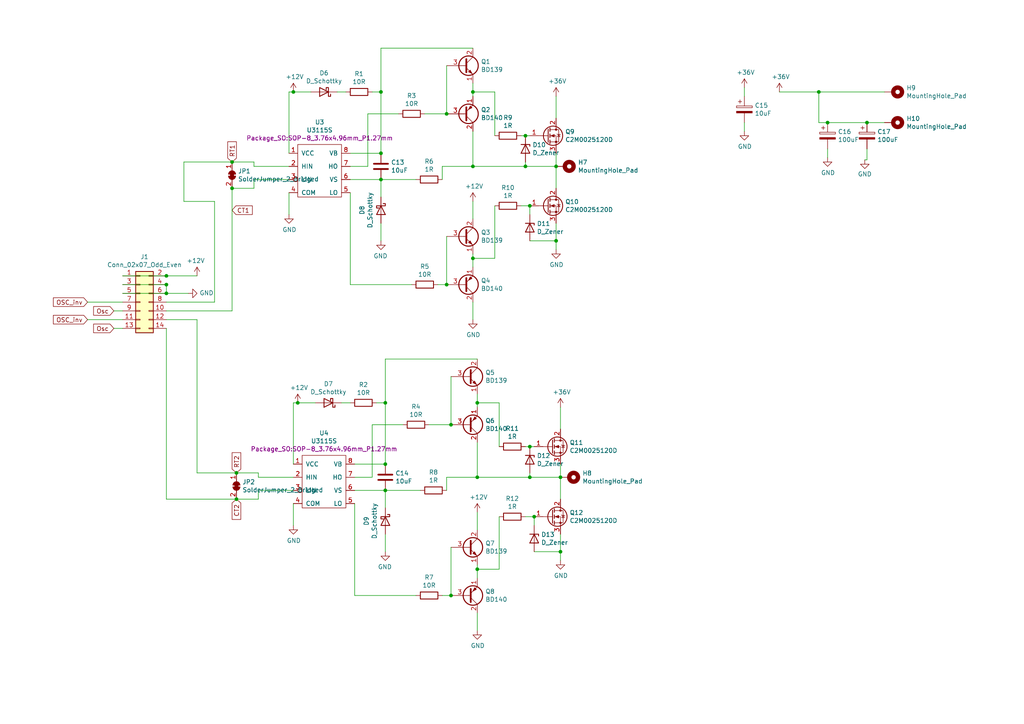
<source format=kicad_sch>
(kicad_sch (version 20231120) (generator "eeschema") (generator_version "8.0")
  (paper "A4")
  (title_block (title "H-Brücke 1") (date "2021-01-09") (rev "A3") (comment 1 "H-Brücke abgeleitet aus powerstage2"))
  (junction (at 137.16 48.26))
  (junction (at 152.4 39.37))
  (junction (at 130.81 123.19))
  (junction (at -71.12 90.17))
  (junction (at 153.67 59.69))
  (junction (at 161.29 69.85))
  (junction (at 138.43 165.1))
  (junction (at 68.58 144.78))
  (junction (at 240.03 35.56))
  (junction (at -39.37 -35.56))
  (junction (at 85.09 26.67))
  (junction (at 68.58 137.16))
  (junction (at 138.43 116.84))
  (junction (at 237.49 26.67))
  (junction (at 110.49 44.45))
  (junction (at 154.94 149.86))
  (junction (at -144.78 90.17))
  (junction (at 162.56 138.43))
  (junction (at -113.03 90.17))
  (junction (at 48.26 80.01))
  (junction (at 54.61 -26.67))
  (junction (at 73.66 -26.67))
  (junction (at 111.76 116.84))
  (junction (at 153.67 138.43))
  (junction (at 129.54 33.02))
  (junction (at 48.26 -26.67))
  (junction (at 88.9 -26.67))
  (junction (at 83.82 -26.67))
  (junction (at 152.4 48.26))
  (junction (at -139.7 90.17))
  (junction (at 48.26 85.09))
  (junction (at 251.46 35.56))
  (junction (at 129.54 82.55))
  (junction (at 48.26 82.55))
  (junction (at -143.51 73.66))
  (junction (at 130.81 172.72))
  (junction (at -91.44 90.17))
  (junction (at 67.31 54.61))
  (junction (at 162.56 160.02))
  (junction (at -91.44 100.33))
  (junction (at 111.76 134.62))
  (junction (at 137.16 74.93))
  (junction (at 153.67 129.54))
  (junction (at 86.36 116.84))
  (junction (at 161.29 48.26))
  (junction (at 111.76 142.24))
  (junction (at 138.43 138.43))
  (junction (at 110.49 52.07))
  (junction (at -144.78 99.06))
  (junction (at 67.31 46.99))
  (junction (at 137.16 26.67))
  (junction (at 110.49 26.67))
  (junction (at 73.66 -33.02))
  (wire (pts (xy 48.26 -26.67) (xy 48.26 -27.94)))
  (wire (pts (xy 153.67 39.37) (xy 152.4 39.37)))
  (wire (pts (xy -68.58 59.69) (xy -68.58 66.04)))
  (wire (pts (xy 106.68 33.02) (xy 106.68 48.26)))
  (wire (pts (xy 143.51 59.69) (xy 143.51 74.93)))
  (wire (pts (xy 162.56 160.02) (xy 154.94 160.02)))
  (wire (pts (xy -113.03 90.17) (xy -113.03 69.85)))
  (wire (pts (xy 161.29 54.61) (xy 161.29 48.26)))
  (wire (pts (xy 110.49 26.67) (xy 110.49 13.97)))
  (wire (pts (xy 74.93 144.78) (xy 68.58 144.78)))
  (wire (pts (xy -52.07 -15.24) (xy -52.07 -17.78)))
  (wire (pts (xy -91.44 90.17) (xy -91.44 100.33)))
  (wire (pts (xy 83.82 44.45) (xy 83.82 26.67)))
  (wire (pts (xy 101.6 52.07) (xy 110.49 52.07)))
  (wire (pts (xy 137.16 26.67) (xy 137.16 27.94)))
  (wire (pts (xy 73.66 -36.83) (xy 73.66 -33.02)))
  (wire (pts (xy 111.76 154.94) (xy 111.76 160.02)))
  (wire (pts (xy 83.82 52.07) (xy 73.66 52.07)))
  (wire (pts (xy 137.16 26.67) (xy 143.51 26.67)))
  (wire (pts (xy 48.26 80.01) (xy 57.15 80.01)))
  (wire (pts (xy 137.16 24.13) (xy 137.16 26.67)))
  (wire (pts (xy -93.98 100.33) (xy -91.44 100.33)))
  (wire (pts (xy 110.49 44.45) (xy 101.6 44.45)))
  (wire (pts (xy 35.56 80.01) (xy 48.26 80.01)))
  (wire (pts (xy 143.51 74.93) (xy 137.16 74.93)))
  (wire (pts (xy 101.6 82.55) (xy 119.38 82.55)))
  (wire (pts (xy 152.4 46.99) (xy 152.4 48.26)))
  (wire (pts (xy 101.6 48.26) (xy 106.68 48.26)))
  (wire (pts (xy 161.29 69.85) (xy 161.29 64.77)))
  (wire (pts (xy -143.51 73.66) (xy -143.51 76.2)))
  (wire (pts (xy 138.43 148.59) (xy 138.43 153.67)))
  (wire (pts (xy 110.49 13.97) (xy 137.16 13.97)))
  (wire (pts (xy 226.06 26.67) (xy 237.49 26.67)))
  (wire (pts (xy 138.43 165.1) (xy 138.43 167.64)))
  (wire (pts (xy 74.93 142.24) (xy 74.93 144.78)))
  (wire (pts (xy -139.7 85.09) (xy -139.7 90.17)))
  (wire (pts (xy -143.51 66.04) (xy -143.51 73.66)))
  (wire (pts (xy 137.16 48.26) (xy 152.4 48.26)))
  (wire (pts (xy 162.56 162.56) (xy 162.56 160.02)))
  (wire (pts (xy 102.87 142.24) (xy 111.76 142.24)))
  (wire (pts (xy 151.13 39.37) (xy 152.4 39.37)))
  (wire (pts (xy 83.82 -33.02) (xy 83.82 -26.67)))
  (wire (pts (xy -124.46 73.66) (xy -130.81 73.66)))
  (wire (pts (xy 153.67 138.43) (xy 162.56 138.43)))
  (wire (pts (xy 73.66 54.61) (xy 67.31 54.61)))
  (wire (pts (xy 62.23 58.42) (xy 53.34 58.42)))
  (wire (pts (xy 138.43 138.43) (xy 153.67 138.43)))
  (wire (pts (xy -71.12 90.17) (xy -68.58 90.17)))
  (wire (pts (xy 102.87 172.72) (xy 120.65 172.72)))
  (wire (pts (xy 48.26 144.78) (xy 68.58 144.78)))
  (wire (pts (xy 54.61 -26.67) (xy 48.26 -26.67)))
  (wire (pts (xy 48.26 87.63) (xy 62.23 87.63)))
  (wire (pts (xy 100.33 26.67) (xy 97.79 26.67)))
  (wire (pts (xy 153.67 59.69) (xy 151.13 59.69)))
  (wire (pts (xy 111.76 142.24) (xy 121.92 142.24)))
  (wire (pts (xy 111.76 116.84) (xy 109.22 116.84)))
  (wire (pts (xy 12.7 -13.97) (xy 12.7 -16.51)))
  (wire (pts (xy 85.09 138.43) (xy 74.93 138.43)))
  (wire (pts (xy 240.03 45.72) (xy 240.03 43.18)))
  (wire (pts (xy -113.03 69.85) (xy -120.65 69.85)))
  (wire (pts (xy 127 -22.86) (xy 127 -25.4)))
  (wire (pts (xy 101.6 55.88) (xy 101.6 82.55)))
  (wire (pts (xy 129.54 33.02) (xy 123.19 33.02)))
  (wire (pts (xy 31.75 -24.13) (xy 31.75 -26.67)))
  (wire (pts (xy 48.26 92.71) (xy 57.15 92.71)))
  (wire (pts (xy 64.77 -13.97) (xy 64.77 -19.05)))
  (wire (pts (xy 73.66 -26.67) (xy 73.66 -24.13)))
  (wire (pts (xy 48.26 -15.24) (xy 48.26 -17.78)))
  (wire (pts (xy -113.03 100.33) (xy -109.22 100.33)))
  (wire (pts (xy 152.4 48.26) (xy 161.29 48.26)))
  (wire (pts (xy 111.76 147.32) (xy 111.76 142.24)))
  (wire (pts (xy 251.46 46.355) (xy 250.825 46.355)))
  (wire (pts (xy 33.02 90.17) (xy 35.56 90.17)))
  (wire (pts (xy 215.9 25.4) (xy 215.9 27.94)))
  (wire (pts (xy 153.67 62.23) (xy 153.67 59.69)))
  (wire (pts (xy 57.15 137.16) (xy 68.58 137.16)))
  (wire (pts (xy 251.46 43.18) (xy 251.46 46.355)))
  (wire (pts (xy 138.43 182.88) (xy 138.43 177.8)))
  (wire (pts (xy -52.07 -35.56) (xy -39.37 -35.56)))
  (wire (pts (xy 251.46 35.56) (xy 256.54 35.56)))
  (wire (pts (xy 88.9 -26.67) (xy 83.82 -26.67)))
  (wire (pts (xy -116.84 90.17) (xy -113.03 90.17)))
  (wire (pts (xy 162.56 160.02) (xy 162.56 154.94)))
  (wire (pts (xy -12.7 -13.97) (xy -12.7 -16.51)))
  (wire (pts (xy 137.16 92.71) (xy 137.16 87.63)))
  (wire (pts (xy -129.54 66.04) (xy -124.46 66.04)))
  (wire (pts (xy 35.56 85.09) (xy 48.26 85.09)))
  (wire (pts (xy 25.4 92.71) (xy 35.56 92.71)))
  (wire (pts (xy 162.56 138.43) (xy 162.56 134.62)))
  (wire (pts (xy -2.54 -44.45) (xy -2.54 -46.99)))
  (wire (pts (xy -156.21 90.17) (xy -144.78 90.17)))
  (wire (pts (xy -93.98 90.17) (xy -91.44 90.17)))
  (wire (pts (xy 237.49 35.56) (xy 237.49 26.67)))
  (wire (pts (xy 130.81 172.72) (xy 130.81 158.75)))
  (wire (pts (xy 137.16 74.93) (xy 137.16 77.47)))
  (wire (pts (xy 129.54 138.43) (xy 129.54 142.24)))
  (wire (pts (xy 48.26 95.25) (xy 48.26 144.78)))
  (wire (pts (xy -140.97 85.09) (xy -139.7 85.09)))
  (wire (pts (xy 129.54 82.55) (xy 129.54 68.58)))
  (wire (pts (xy 240.03 35.56) (xy 251.46 35.56)))
  (wire (pts (xy 215.9 38.1) (xy 215.9 35.56)))
  (wire (pts (xy 137.16 58.42) (xy 137.16 63.5)))
  (wire (pts (xy -144.78 90.17) (xy -144.78 88.9)))
  (wire (pts (xy 128.27 172.72) (xy 130.81 172.72)))
  (wire (pts (xy 137.16 48.26) (xy 128.27 48.26)))
  (wire (pts (xy 83.82 48.26) (xy 73.66 48.26)))
  (wire (pts (xy 144.78 116.84) (xy 144.78 129.54)))
  (wire (pts (xy 137.16 38.1) (xy 137.16 48.26)))
  (wire (pts (xy 138.43 163.83) (xy 138.43 165.1)))
  (wire (pts (xy -144.78 76.2) (xy -144.78 81.28)))
  (wire (pts (xy 237.49 35.56) (xy 240.03 35.56)))
  (wire (pts (xy -138.43 73.66) (xy -143.51 73.66)))
  (wire (pts (xy 31.75 -13.97) (xy 31.75 -16.51)))
  (wire (pts (xy 129.54 19.05) (xy 129.54 33.02)))
  (wire (pts (xy 128.27 48.26) (xy 128.27 52.07)))
  (wire (pts (xy 85.09 26.67) (xy 90.17 26.67)))
  (wire (pts (xy 162.56 118.11) (xy 162.56 124.46)))
  (wire (pts (xy 73.66 -13.97) (xy 73.66 -16.51)))
  (wire (pts (xy 154.94 129.54) (xy 153.67 129.54)))
  (wire (pts (xy 151.13 -25.4) (xy 151.13 -22.86)))
  (wire (pts (xy -143.51 76.2) (xy -144.78 76.2)))
  (wire (pts (xy -39.37 -35.56) (xy -39.37 -36.83)))
  (wire (pts (xy 121.92 -22.86) (xy 121.92 -25.4)))
  (wire (pts (xy 130.81 109.22) (xy 130.81 123.19)))
  (wire (pts (xy 57.15 92.71) (xy 57.15 137.16)))
  (wire (pts (xy -91.44 100.33) (xy -91.44 106.68)))
  (wire (pts (xy 73.66 48.26) (xy 73.66 46.99)))
  (wire (pts (xy 237.49 26.67) (xy 256.54 26.67)))
  (wire (pts (xy 110.49 44.45) (xy 110.49 26.67)))
  (wire (pts (xy 12.7 -24.13) (xy 12.7 -26.67)))
  (wire (pts (xy 161.29 27.94) (xy 161.29 34.29)))
  (wire (pts (xy 101.6 116.84) (xy 99.06 116.84)))
  (wire (pts (xy 74.93 138.43) (xy 74.93 137.16)))
  (wire (pts (xy 110.49 64.77) (xy 110.49 69.85)))
  (wire (pts (xy 53.34 58.42) (xy 53.34 46.99)))
  (wire (pts (xy 138.43 138.43) (xy 129.54 138.43)))
  (wire (pts (xy 134.62 -22.86) (xy 134.62 -25.4)))
  (wire (pts (xy 107.95 123.19) (xy 107.95 138.43)))
  (wire (pts (xy 54.61 85.09) (xy 48.26 85.09)))
  (wire (pts (xy 85.09 146.05) (xy 85.09 152.4)))
  (wire (pts (xy 143.51 -22.86) (xy 143.51 -25.4)))
  (wire (pts (xy 48.26 82.55) (xy 48.26 85.09)))
  (wire (pts (xy 138.43 116.84) (xy 144.78 116.84)))
  (wire (pts (xy 33.02 95.25) (xy 35.56 95.25)))
  (wire (pts (xy -52.07 -25.4) (xy -52.07 -35.56)))
  (wire (pts (xy 20.32 -46.99) (xy 20.32 -49.53)))
  (wire (pts (xy 144.78 165.1) (xy 138.43 165.1)))
  (wire (pts (xy 85.09 134.62) (xy 85.09 116.84)))
  (wire (pts (xy 20.32 -36.83) (xy 20.32 -39.37)))
  (wire (pts (xy 85.09 116.84) (xy 86.36 116.84)))
  (wire (pts (xy 57.15 -26.67) (xy 54.61 -26.67)))
  (wire (pts (xy 6.35 -24.13) (xy 6.35 -26.67)))
  (wire (pts (xy -2.54 -34.29) (xy -2.54 -36.83)))
  (wire (pts (xy 48.26 -25.4) (xy 48.26 -26.67)))
  (wire (pts (xy 130.81 123.19) (xy 124.46 123.19)))
  (wire (pts (xy 73.66 46.99) (xy 67.31 46.99)))
  (wire (pts (xy 102.87 138.43) (xy 107.95 138.43)))
  (wire (pts (xy 6.35 -13.97) (xy 6.35 -16.51)))
  (wire (pts (xy 152.4 129.54) (xy 153.67 129.54)))
  (wire (pts (xy -12.7 -24.13) (xy -12.7 -26.67)))
  (wire (pts (xy 73.66 -26.67) (xy 72.39 -26.67)))
  (wire (pts (xy 102.87 146.05) (xy 102.87 172.72)))
  (wire (pts (xy 68.58 -36.83) (xy 73.66 -36.83)))
  (wire (pts (xy 166.37 -35.56) (xy 166.37 -34.29)))
  (wire (pts (xy 161.29 69.85) (xy 153.67 69.85)))
  (wire (pts (xy 74.93 137.16) (xy 68.58 137.16)))
  (wire (pts (xy 158.75 -25.4) (xy 158.75 -22.86)))
  (wire (pts (xy 35.56 82.55) (xy 48.26 82.55)))
  (wire (pts (xy -39.37 -5.08) (xy -39.37 -10.16)))
  (wire (pts (xy 154.94 152.4) (xy 154.94 149.86)))
  (wire (pts (xy 166.37 -24.13) (xy 166.37 -26.67)))
  (wire (pts (xy 153.67 137.16) (xy 153.67 138.43)))
  (wire (pts (xy 88.9 -13.97) (xy 88.9 -16.51)))
  (wire (pts (xy 76.2 -33.02) (xy 73.66 -33.02)))
  (wire (pts (xy 110.49 26.67) (xy 107.95 26.67)))
  (wire (pts (xy 25.4 87.63) (xy 35.56 87.63)))
  (wire (pts (xy 138.43 114.3) (xy 138.43 116.84)))
  (wire (pts (xy 107.95 123.19) (xy 116.84 123.19)))
  (wire (pts (xy 111.76 104.14) (xy 138.43 104.14)))
  (wire (pts (xy -156.21 91.44) (xy -156.21 90.17)))
  (wire (pts (xy 111.76 134.62) (xy 102.87 134.62)))
  (wire (pts (xy -143.51 66.04) (xy -137.16 66.04)))
  (wire (pts (xy -144.78 102.87) (xy -144.78 99.06)))
  (wire (pts (xy 54.61 -26.67) (xy 54.61 -36.83)))
  (wire (pts (xy 86.36 116.84) (xy 91.44 116.84)))
  (wire (pts (xy 154.94 149.86) (xy 152.4 149.86)))
  (wire (pts (xy 83.82 26.67) (xy 85.09 26.67)))
  (wire (pts (xy 67.31 54.61) (xy 67.31 90.17)))
  (wire (pts (xy -71.12 100.33) (xy -71.12 90.17)))
  (wire (pts (xy 54.61 -36.83) (xy 60.96 -36.83)))
  (wire (pts (xy 88.9 -24.13) (xy 88.9 -26.67)))
  (wire (pts (xy 85.09 142.24) (xy 74.93 142.24)))
  (wire (pts (xy 111.76 116.84) (xy 111.76 104.14)))
  (wire (pts (xy -144.78 90.17) (xy -139.7 90.17)))
  (wire (pts (xy 73.66 52.07) (xy 73.66 54.61)))
  (wire (pts (xy 127 82.55) (xy 129.54 82.55)))
  (wire (pts (xy -144.78 91.44) (xy -144.78 90.17)))
  (wire (pts (xy 110.49 52.07) (xy 120.65 52.07)))
  (wire (pts (xy 110.49 57.15) (xy 110.49 52.07)))
  (wire (pts (xy 83.82 55.88) (xy 83.82 62.23)))
  (wire (pts (xy 144.78 149.86) (xy 144.78 165.1)))
  (wire (pts (xy -113.03 90.17) (xy -109.22 90.17)))
  (wire (pts (xy 166.37 -13.97) (xy 166.37 -16.51)))
  (wire (pts (xy 138.43 128.27) (xy 138.43 138.43)))
  (wire (pts (xy 137.16 73.66) (xy 137.16 74.93)))
  (wire (pts (xy -91.44 90.17) (xy -86.36 90.17)))
  (wire (pts (xy 161.29 72.39) (xy 161.29 69.85)))
  (wire (pts (xy 162.56 144.78) (xy 162.56 138.43)))
  (wire (pts (xy 111.76 134.62) (xy 111.76 116.84)))
  (wire (pts (xy 143.51 26.67) (xy 143.51 39.37)))
  (wire (pts (xy 62.23 87.63) (xy 62.23 58.42)))
  (wire (pts (xy 73.66 -33.02) (xy 73.66 -26.67)))
  (wire (pts (xy 138.43 116.84) (xy 138.43 118.11)))
  (wire (pts (xy 53.34 46.99) (xy 67.31 46.99)))
  (wire (pts (xy 106.68 33.02) (xy 115.57 33.02)))
  (wire (pts (xy -139.7 90.17) (xy -132.08 90.17)))
  (wire (pts (xy 73.66 -26.67) (xy 76.2 -26.67)))
  (wire (pts (xy 48.26 90.17) (xy 67.31 90.17)))
  (wire (pts (xy -113.03 90.17) (xy -113.03 100.33)))
  (wire (pts (xy -91.44 100.33) (xy -86.36 100.33)))
  (wire (pts (xy 161.29 48.26) (xy 161.29 44.45)))
  (wire (pts (xy -156.21 99.06) (xy -144.78 99.06)))
  (text "HCT7414 R=10k bis 100\nC=100nF f=1200Hz -120kHz\nC=150pF f= 420kHz - 1,7MHz" (at -140.97 115.57 0) (effects (font (size 1.27 1.27)) (justify left bottom)))
  (global_label "Osc" (shape input) (at -91.44 106.68 0) (property "Intersheetrefs" "${INTERSHEET_REFS}" (effects (hide yes))))
  (global_label "OSC_inv" (shape input) (at -68.58 90.17 0) (property "Intersheetrefs" "${INTERSHEET_REFS}" (effects (hide yes))))
  (global_label "CT2" (shape input) (at 68.58 144.78 270) (property "Intersheetrefs" "${INTERSHEET_REFS}" (effects (hide yes))))
  (global_label "Osc" (shape input) (at 33.02 95.25 180) (property "Intersheetrefs" "${INTERSHEET_REFS}" (effects (hide yes))))
  (global_label "RT1" (shape input) (at 67.31 46.99 90) (property "Intersheetrefs" "${INTERSHEET_REFS}" (effects (hide yes))))
  (global_label "OSC_inv" (shape input) (at 25.4 92.71 180) (property "Intersheetrefs" "${INTERSHEET_REFS}" (effects (hide yes))))
  (global_label "Osc" (shape input) (at 33.02 90.17 180) (property "Intersheetrefs" "${INTERSHEET_REFS}" (effects (hide yes))))
  (global_label "OSC_inv" (shape input) (at 25.4 87.63 180) (property "Intersheetrefs" "${INTERSHEET_REFS}" (effects (hide yes))))
  (global_label "RT2" (shape input) (at 68.58 137.16 90) (property "Intersheetrefs" "${INTERSHEET_REFS}" (effects (hide yes))))
  (global_label "CT1" (shape input) (at 67.31 60.96 0) (property "Intersheetrefs" "${INTERSHEET_REFS}" (effects (hide yes))))
  (symbol (lib_id "power:GND") (at 6.35 -13.97 0) (mirror y) (unit 1)
    (property "Reference" "#PWR011" (effects (hide yes)))
    (property "Value" "GND" (at 6.223 -9.5758 0))
  )
  (symbol (lib_id "Device:C") (at 6.35 -20.32 0) (mirror y) (unit 1)
    (property "Reference" "C6" (at 3.429 -21.4884 0) (effects (justify left)))
    (property "Value" "100nF" (at 3.429 -19.177 0) (effects (justify left)))
    (property "Footprint" "Capacitor_SMD:C_0805_2012Metric_Pad1.18x1.45mm_HandSolder" (effects (hide yes)))
  )
  (symbol (lib_id "power:+12V") (at 6.35 -26.67 0) (unit 1)
    (property "Reference" "#PWR010" (effects (hide yes)))
    (property "Value" "+12V" (at 6.731 -31.0642 0))
  )
  (symbol (lib_id "Mechanical:MountingHole_Pad") (at 259.08 26.67 270) (unit 1)
    (property "Reference" "H9" (at 262.89 25.5016 90) (effects (justify left)))
    (property "Value" "MountingHole_Pad" (at 262.89 27.813 90) (effects (justify left)))
    (property "Footprint" "MountingHole:MountingHole_2.5mm_Pad_Via" (effects (hide yes)))
  )
  (symbol (lib_id "Mechanical:MountingHole_Pad") (at 163.83 48.26 270) (unit 1)
    (property "Reference" "H7" (at 167.64 47.0916 90) (effects (justify left)))
    (property "Value" "MountingHole_Pad" (at 167.64 49.403 90) (effects (justify left)))
    (property "Footprint" "MountingHole:MountingHole_2.5mm_Pad_Via" (effects (hide yes)))
  )
  (symbol (lib_id "Mechanical:MountingHole_Pad") (at 151.13 -27.94 0) (unit 1)
    (property "Reference" "H5" (at 149.9616 -31.75 90) (effects (justify left)))
    (property "Value" "MountingHole_Pad" (at 152.273 -31.75 90) (effects (justify left)))
    (property "Footprint" "MountingHole:MountingHole_2.5mm_Pad_Via" (effects (hide yes)))
  )
  (symbol (lib_id "Mechanical:MountingHole_Pad") (at 143.51 -27.94 0) (unit 1)
    (property "Reference" "H4" (at 142.3416 -31.75 90) (effects (justify left)))
    (property "Value" "MountingHole_Pad" (at 144.653 -31.75 90) (effects (justify left)))
    (property "Footprint" "MountingHole:MountingHole_3.2mm_M3_DIN965_Pad" (effects (hide yes)))
  )
  (symbol (lib_id "power:GND") (at 143.51 -22.86 0) (mirror y) (unit 1)
    (property "Reference" "#PWR039" (effects (hide yes)))
    (property "Value" "GND" (at 143.383 -18.4658 0))
  )
  (symbol (lib_id "HBruecke2-rescue:U3115S-arnd_eigen") (at 92.71 49.53 0) (unit 1)
    (property "Reference" "U3" (at 92.71 35.433 0))
    (property "Value" "U3115S" (at 92.71 37.7444 0))
    (property "Footprint" "Package_SO:SOP-8_3.76x4.96mm_P1.27mm" (at 92.71 40.0558 0))
  )
  (symbol (lib_id "Transistor_FET:C2M0025120D") (at 158.75 39.37 0) (unit 1)
    (property "Reference" "Q9" (at 163.9316 38.2016 0) (effects (justify left)))
    (property "Value" "C2M0025120D" (at 163.9316 40.513 0) (effects (justify left)))
    (property "Footprint" "Package_TO_SOT_THT:TO-247-3_Vertical" (effects (hide yes)))
    (property "Datasheet" "https://www.wolfspeed.com/media/downloads/161/C2M0025120D.pdf" (effects (hide yes)))
  )
  (symbol (lib_id "Transistor_FET:C2M0025120D") (at 158.75 59.69 0) (unit 1)
    (property "Reference" "Q10" (at 163.9316 58.5216 0) (effects (justify left)))
    (property "Value" "C2M0025120D" (at 163.9316 60.833 0) (effects (justify left)))
    (property "Footprint" "Package_TO_SOT_THT:TO-247-3_Vertical" (effects (hide yes)))
    (property "Datasheet" "https://www.wolfspeed.com/media/downloads/161/C2M0025120D.pdf" (effects (hide yes)))
  )
  (symbol (lib_id "Device:R") (at 119.38 33.02 270) (unit 1)
    (property "Reference" "R3" (at 119.38 27.7622 90))
    (property "Value" "10R" (at 119.38 30.0736 90))
    (property "Footprint" "Resistor_SMD:R_0805_2012Metric_Pad1.20x1.40mm_HandSolder" (effects (hide yes)))
  )
  (symbol (lib_id "Device:R") (at 123.19 82.55 270) (unit 1)
    (property "Reference" "R5" (at 123.19 77.2922 90))
    (property "Value" "10R" (at 123.19 79.6036 90))
    (property "Footprint" "Resistor_SMD:R_0805_2012Metric_Pad1.20x1.40mm_HandSolder" (effects (hide yes)))
  )
  (symbol (lib_id "Mechanical:MountingHole_Pad") (at 134.62 -27.94 0) (unit 1)
    (property "Reference" "H3" (at 133.4516 -31.75 90) (effects (justify left)))
    (property "Value" "MountingHole_Pad" (at 135.763 -31.75 90) (effects (justify left)))
    (property "Footprint" "MountingHole:MountingHole_3.2mm_M3_DIN965_Pad" (effects (hide yes)))
  )
  (symbol (lib_id "power:GND") (at 134.62 -22.86 0) (mirror y) (unit 1)
    (property "Reference" "#PWR034" (effects (hide yes)))
    (property "Value" "GND" (at 134.493 -18.4658 0))
  )
  (symbol (lib_id "power:+36V") (at 161.29 27.94 0) (unit 1)
    (property "Reference" "#PWR042" (effects (hide yes)))
    (property "Value" "+36V" (at 161.671 23.5458 0))
  )
  (symbol (lib_id "power:GND") (at 161.29 72.39 0) (unit 1)
    (property "Reference" "#PWR043" (effects (hide yes)))
    (property "Value" "GND" (at 161.417 76.7842 0))
  )
  (symbol (lib_id "power:GND") (at 83.82 62.23 0) (unit 1)
    (property "Reference" "#PWR024" (effects (hide yes)))
    (property "Value" "GND" (at 83.947 66.6242 0))
  )
  (symbol (lib_id "power:+36V") (at 88.9 -26.67 0) (mirror y) (unit 1)
    (property "Reference" "#PWR028" (effects (hide yes)))
    (property "Value" "+36V" (at 88.519 -31.0642 0))
  )
  (symbol (lib_id "power:+36V") (at 215.9 25.4 0) (unit 1)
    (property "Reference" "#PWR048" (effects (hide yes)))
    (property "Value" "+36V" (at 216.281 21.0058 0))
  )
  (symbol (lib_id "power:GND") (at 215.9 38.1 0) (unit 1)
    (property "Reference" "#PWR049" (effects (hide yes)))
    (property "Value" "GND" (at 216.027 42.4942 0))
  )
  (symbol (lib_id "power:GND") (at 88.9 -13.97 0) (mirror y) (unit 1)
    (property "Reference" "#PWR029" (effects (hide yes)))
    (property "Value" "GND" (at 88.773 -9.5758 0))
  )
  (symbol (lib_id "Device:C") (at 88.9 -20.32 0) (mirror y) (unit 1)
    (property "Reference" "C12" (at 85.979 -21.4884 0) (effects (justify left)))
    (property "Value" "100nF" (at 85.979 -19.177 0) (effects (justify left)))
    (property "Footprint" "Capacitor_SMD:C_0805_2012Metric_Pad1.15x1.40mm_HandSolder" (effects (hide yes)))
  )
  (symbol (lib_id "HBruecke2-rescue:CP-Device") (at 240.03 39.37 0) (unit 1)
    (property "Reference" "C16" (at 243.0272 38.2016 0) (effects (justify left)))
    (property "Value" "100uF" (at 243.0272 40.513 0) (effects (justify left)))
    (property "Footprint" "Capacitor_THT:CP_Radial_D10.0mm_P5.00mm_P7.50mm" (effects (hide yes)))
  )
  (symbol (lib_id "power:+12V") (at 48.26 -27.94 0) (mirror y) (unit 1)
    (property "Reference" "#PWR018" (effects (hide yes)))
    (property "Value" "+12V" (at 47.879 -32.3342 0))
  )
  (symbol (lib_id "power:+12V") (at 12.7 -26.67 0) (unit 1)
    (property "Reference" "#PWR012" (effects (hide yes)))
    (property "Value" "+12V" (at 13.081 -31.0642 0))
  )
  (symbol (lib_id "power:GND") (at 12.7 -13.97 0) (unit 1)
    (property "Reference" "#PWR013" (effects (hide yes)))
    (property "Value" "GND" (at 12.827 -9.5758 0))
  )
  (symbol (lib_id "power:GND") (at 48.26 -15.24 0) (mirror y) (unit 1)
    (property "Reference" "#PWR019" (effects (hide yes)))
    (property "Value" "GND" (at 48.133 -10.8458 0))
  )
  (symbol (lib_id "Device:C") (at 48.26 -21.59 0) (mirror y) (unit 1)
    (property "Reference" "C10" (at 45.339 -22.7584 0) (effects (justify left)))
    (property "Value" "1uF" (at 45.339 -20.447 0) (effects (justify left)))
    (property "Footprint" "Capacitor_SMD:C_0805_2012Metric_Pad1.15x1.40mm_HandSolder" (effects (hide yes)))
  )
  (symbol (lib_id "HBruecke2-rescue:CP-Device") (at 12.7 -20.32 0) (unit 1)
    (property "Reference" "C7" (at 15.6972 -21.4884 0) (effects (justify left)))
    (property "Value" "100uF" (at 15.6972 -19.177 0) (effects (justify left)))
    (property "Footprint" "Capacitor_SMD:CP_Elec_10x10.5" (effects (hide yes)))
  )
  (symbol (lib_id "Device:C") (at 110.49 48.26 0) (unit 1)
    (property "Reference" "C13" (at 113.411 47.0916 0) (effects (justify left)))
    (property "Value" "10uF" (at 113.411 49.403 0) (effects (justify left)))
    (property "Footprint" "Capacitor_SMD:C_1210_3225Metric_Pad1.42x2.65mm_HandSolder" (effects (hide yes)))
  )
  (symbol (lib_id "Device:D_Schottky") (at 93.98 26.67 180) (unit 1)
    (property "Reference" "D6" (at 93.98 21.1836 0))
    (property "Value" "D_Schottky" (at 93.98 23.495 0))
    (property "Footprint" "Diode_SMD:D_SOD-123" (effects (hide yes)))
  )
  (symbol (lib_id "Jumper:SolderJumper_2_Bridged") (at 67.31 50.8 270) (unit 1)
    (property "Reference" "JP1" (at 69.0372 49.6316 90) (effects (justify left)))
    (property "Value" "SolderJumper_2_Bridged" (at 69.0372 51.943 90) (effects (justify left)))
    (property "Footprint" "Jumper:SolderJumper-2_P1.3mm_Open_RoundedPad1.0x1.5mm" (effects (hide yes)))
  )
  (symbol (lib_id "Regulator_Linear:L7812") (at 64.77 -26.67 0) (mirror y) (unit 1)
    (property "Reference" "U2" (at 64.77 -32.8168 0))
    (property "Value" "L7812" (at 64.77 -30.5054 0))
    (property "Footprint" "Package_TO_SOT_SMD:TO-252-2" (effects (hide yes)))
    (property "Datasheet" "http://www.st.com/content/ccc/resource/technical/document/datasheet/41/4f/b3/b0/12/d4/47/88/CD00000444.pdf/files/CD00000444.pdf/jcr:content/translations/en.CD00000444.pdf" (effects (hide yes)))
  )
  (symbol (lib_id "power:GND") (at 64.77 -13.97 0) (mirror y) (unit 1)
    (property "Reference" "#PWR022" (effects (hide yes)))
    (property "Value" "GND" (at 64.643 -9.5758 0))
  )
  (symbol (lib_id "Device:D") (at 64.77 -36.83 180) (unit 1)
    (property "Reference" "D3" (at 64.77 -42.3164 0))
    (property "Value" "D" (at 64.77 -40.005 0))
    (property "Footprint" "Diode_SMD:D_0805_2012Metric_Pad1.15x1.40mm_HandSolder" (effects (hide yes)))
  )
  (symbol (lib_id "power:+12V") (at 57.15 80.01 0) (mirror y) (unit 1)
    (property "Reference" "#PWR021" (effects (hide yes)))
    (property "Value" "+12V" (at 56.769 75.6158 0))
  )
  (symbol (lib_id "power:GND") (at 54.61 85.09 90) (unit 1)
    (property "Reference" "#PWR020" (effects (hide yes)))
    (property "Value" "GND" (at 57.8612 84.963 90) (effects (justify right)))
  )
  (symbol (lib_id "Device:LED") (at 166.37 -20.32 270) (unit 1)
    (property "Reference" "D14" (at 168.3512 -21.6662 90) (effects (justify left)))
    (property "Value" "LED" (at 168.3512 -19.3548 90) (effects (justify left)))
    (property "Footprint" "LED_SMD:LED_0805_2012Metric_Pad1.15x1.40mm_HandSolder" (effects (hide yes)))
  )
  (symbol (lib_id "Device:R") (at 166.37 -30.48 0) (unit 1)
    (property "Reference" "R13" (at 168.148 -31.6484 0) (effects (justify left)))
    (property "Value" "10k" (at 168.148 -29.337 0) (effects (justify left)))
    (property "Footprint" "Resistor_SMD:R_0805_2012Metric_Pad1.20x1.40mm_HandSolder" (effects (hide yes)))
  )
  (symbol (lib_id "power:GND") (at 166.37 -13.97 0) (unit 1)
    (property "Reference" "#PWR047" (effects (hide yes)))
    (property "Value" "GND" (at 166.497 -9.5758 0))
  )
  (symbol (lib_id "power:+12V") (at 166.37 -35.56 0) (unit 1)
    (property "Reference" "#PWR046" (effects (hide yes)))
    (property "Value" "+12V" (at 166.751 -39.9542 0))
  )
  (symbol (lib_id "power:+12V") (at 85.09 26.67 0) (unit 1)
    (property "Reference" "#PWR025" (effects (hide yes)))
    (property "Value" "+12V" (at 85.471 22.2758 0))
  )
  (symbol (lib_id "HBruecke2-rescue:R_POT_TRIM-Device") (at -124.46 69.85 0) (unit 1)
    (property "Reference" "Duty1" (at -126.238 68.6816 0) (effects (justify right)))
    (property "Value" "1k" (at -126.238 70.993 0) (effects (justify right)))
    (property "Footprint" "Potentiometer_THT:Potentiometer_Bourns_3296W_Vertical" (effects (hide yes)))
  )
  (symbol (lib_id "Device:C") (at -144.78 95.25 0) (unit 1)
    (property "Reference" "C2" (at -141.859 94.0816 0) (effects (justify left)))
    (property "Value" "100n" (at -141.859 96.393 0) (effects (justify left)))
    (property "Footprint" "Capacitor_SMD:C_0805_2012Metric_Pad1.18x1.45mm_HandSolder" (effects (hide yes)))
  )
  (symbol (lib_id "Transistor_BJT:BD139") (at 134.62 19.05 0) (unit 1)
    (property "Reference" "Q1" (at 139.4968 17.8816 0) (effects (justify left)))
    (property "Value" "BD139" (at 139.4968 20.193 0) (effects (justify left)))
    (property "Footprint" "Package_TO_SOT_THT:TO-126-3_Vertical" (effects (hide yes)))
    (property "Datasheet" "http://www.st.com/internet/com/TECHNICAL_RESOURCES/TECHNICAL_LITERATURE/DATASHEET/CD00001225.pdf" (effects (hide yes)))
  )
  (symbol (lib_id "Transistor_BJT:BD140") (at 134.62 33.02 0) (mirror x) (unit 1)
    (property "Reference" "Q2" (at 139.4968 31.8516 0) (effects (justify left)))
    (property "Value" "BD140" (at 139.4968 34.163 0) (effects (justify left)))
    (property "Footprint" "Package_TO_SOT_THT:TO-126-3_Vertical" (effects (hide yes)))
    (property "Datasheet" "http://www.st.com/internet/com/TECHNICAL_RESOURCES/TECHNICAL_LITERATURE/DATASHEET/CD00001225.pdf" (effects (hide yes)))
  )
  (symbol (lib_id "Transistor_BJT:BD139") (at 134.62 68.58 0) (unit 1)
    (property "Reference" "Q3" (at 139.4968 67.4116 0) (effects (justify left)))
    (property "Value" "BD139" (at 139.4968 69.723 0) (effects (justify left)))
    (property "Footprint" "Package_TO_SOT_THT:TO-126-3_Vertical" (effects (hide yes)))
    (property "Datasheet" "http://www.st.com/internet/com/TECHNICAL_RESOURCES/TECHNICAL_LITERATURE/DATASHEET/CD00001225.pdf" (effects (hide yes)))
  )
  (symbol (lib_id "Transistor_BJT:BD140") (at 134.62 82.55 0) (mirror x) (unit 1)
    (property "Reference" "Q4" (at 139.4968 81.3816 0) (effects (justify left)))
    (property "Value" "BD140" (at 139.4968 83.693 0) (effects (justify left)))
    (property "Footprint" "Package_TO_SOT_THT:TO-126-3_Vertical" (effects (hide yes)))
    (property "Datasheet" "http://www.st.com/internet/com/TECHNICAL_RESOURCES/TECHNICAL_LITERATURE/DATASHEET/CD00001225.pdf" (effects (hide yes)))
  )
  (symbol (lib_id "power:GND") (at -144.78 102.87 0) (unit 1)
    (property "Reference" "#PWR01" (effects (hide yes)))
    (property "Value" "GND" (at -144.653 107.2642 0))
  )
  (symbol (lib_id "power:GND") (at 137.16 92.71 0) (unit 1)
    (property "Reference" "#PWR036" (effects (hide yes)))
    (property "Value" "GND" (at 137.287 97.1042 0))
  )
  (symbol (lib_id "Device:D_Zener") (at 153.67 66.04 270) (unit 1)
    (property "Reference" "D11" (at 155.702 64.8716 90) (effects (justify left)))
    (property "Value" "D_Zener" (at 155.702 67.183 90) (effects (justify left)))
    (property "Footprint" "Diode_SMD:D_SOD-123" (effects (hide yes)))
  )
  (symbol (lib_id "Device:R") (at 147.32 39.37 270) (unit 1)
    (property "Reference" "R9" (at 147.32 34.1122 90))
    (property "Value" "1R" (at 147.32 36.4236 90))
    (property "Footprint" "Resistor_SMD:R_1206_3216Metric_Pad1.30x1.75mm_HandSolder" (effects (hide yes)))
  )
  (symbol (lib_id "Device:R") (at 147.32 59.69 270) (unit 1)
    (property "Reference" "R10" (at 147.32 54.4322 90))
    (property "Value" "1R" (at 147.32 56.7436 90))
    (property "Footprint" "Resistor_SMD:R_1206_3216Metric_Pad1.30x1.75mm_HandSolder" (effects (hide yes)))
  )
  (symbol (lib_id "Device:D_Zener") (at 152.4 43.18 270) (unit 1)
    (property "Reference" "D10" (at 154.432 42.0116 90) (effects (justify left)))
    (property "Value" "D_Zener" (at 154.432 44.323 90) (effects (justify left)))
    (property "Footprint" "Diode_SMD:D_SOD-123" (effects (hide yes)))
  )
  (symbol (lib_id "Device:D") (at 80.01 -33.02 0) (unit 1)
    (property "Reference" "D4" (at 80.01 -38.5318 0))
    (property "Value" "D" (at 80.01 -36.2204 0))
    (property "Footprint" "Diode_THT:D_A-405_P7.62mm_Horizontal" (effects (hide yes)))
  )
  (symbol (lib_id "Device:D") (at 80.01 -26.67 0) (unit 1)
    (property "Reference" "D5" (at 80.01 -21.1836 0))
    (property "Value" "D" (at 80.01 -23.495 0))
    (property "Footprint" "Diode_SMD:D_SOD-123" (effects (hide yes)))
  )
  (symbol (lib_id "power:+12V") (at 137.16 58.42 0) (unit 1)
    (property "Reference" "#PWR035" (effects (hide yes)))
    (property "Value" "+12V" (at 137.541 54.0258 0))
  )
  (symbol (lib_id "power:GND") (at 73.66 -13.97 0) (mirror y) (unit 1)
    (property "Reference" "#PWR023" (effects (hide yes)))
    (property "Value" "GND" (at 73.533 -9.5758 0))
  )
  (symbol (lib_id "Device:C") (at 73.66 -20.32 0) (mirror y) (unit 1)
    (property "Reference" "C11" (at 70.739 -21.4884 0) (effects (justify left)))
    (property "Value" "100nF" (at 70.739 -19.177 0) (effects (justify left)))
    (property "Footprint" "Capacitor_SMD:C_0805_2012Metric_Pad1.15x1.40mm_HandSolder" (effects (hide yes)))
  )
  (symbol (lib_id "power:GND") (at 31.75 -13.97 0) (mirror y) (unit 1)
    (property "Reference" "#PWR017" (effects (hide yes)))
    (property "Value" "GND" (at 31.623 -9.5758 0))
  )
  (symbol (lib_id "Device:C") (at 31.75 -20.32 0) (mirror y) (unit 1)
    (property "Reference" "C9" (at 28.829 -21.4884 0) (effects (justify left)))
    (property "Value" "100nF" (at 28.829 -19.177 0) (effects (justify left)))
    (property "Footprint" "Capacitor_SMD:C_0805_2012Metric_Pad1.15x1.40mm_HandSolder" (effects (hide yes)))
  )
  (symbol (lib_id "power:+12V") (at 31.75 -26.67 0) (unit 1)
    (property "Reference" "#PWR016" (effects (hide yes)))
    (property "Value" "+12V" (at 32.131 -31.0642 0))
  )
  (symbol (lib_id "power:GND") (at 110.49 69.85 0) (mirror y) (unit 1)
    (property "Reference" "#PWR030" (effects (hide yes)))
    (property "Value" "GND" (at 110.363 74.2442 0))
  )
  (symbol (lib_id "Device:R") (at 104.14 26.67 270) (unit 1)
    (property "Reference" "R1" (at 104.14 21.4122 90))
    (property "Value" "10R" (at 104.14 23.7236 90))
    (property "Footprint" "Resistor_SMD:R_0805_2012Metric_Pad1.20x1.40mm_HandSolder" (effects (hide yes)))
  )
  (symbol (lib_id "Device:D_Schottky") (at 110.49 60.96 270) (unit 1)
    (property "Reference" "D8" (at 105.0036 60.96 0))
    (property "Value" "D_Schottky" (at 107.315 60.96 0))
    (property "Footprint" "Diode_SMD:D_SOD-123" (effects (hide yes)))
  )
  (symbol (lib_id "Device:R") (at 124.46 52.07 270) (unit 1)
    (property "Reference" "R6" (at 124.46 46.8122 90))
    (property "Value" "1R" (at 124.46 49.1236 90))
    (property "Footprint" "Resistor_SMD:R_1206_3216Metric_Pad1.30x1.75mm_HandSolder" (effects (hide yes)))
  )
  (symbol (lib_id "Device:D") (at -133.35 66.04 180) (unit 1)
    (property "Reference" "D2" (at -133.35 60.5536 0))
    (property "Value" "D" (at -133.35 62.865 0))
    (property "Footprint" "Diode_SMD:D_0805_2012Metric_Pad1.15x1.40mm_HandSolder" (effects (hide yes)))
  )
  (symbol (lib_id "HBruecke2-rescue:U3115S-arnd_eigen") (at 93.98 139.7 0) (unit 1)
    (property "Reference" "U4" (at 93.98 125.603 0))
    (property "Value" "U3115S" (at 93.98 127.9144 0))
    (property "Footprint" "Package_SO:SOP-8_3.76x4.96mm_P1.27mm" (at 93.98 130.2258 0))
  )
  (symbol (lib_id "Transistor_FET:C2M0025120D") (at 160.02 129.54 0) (unit 1)
    (property "Reference" "Q11" (at 165.2016 128.3716 0) (effects (justify left)))
    (property "Value" "C2M0025120D" (at 165.2016 130.683 0) (effects (justify left)))
    (property "Footprint" "Package_TO_SOT_THT:TO-247-3_Vertical" (effects (hide yes)))
    (property "Datasheet" "https://www.wolfspeed.com/media/downloads/161/C2M0025120D.pdf" (effects (hide yes)))
  )
  (symbol (lib_id "Device:R") (at 120.65 123.19 270) (unit 1)
    (property "Reference" "R4" (at 120.65 117.9322 90))
    (property "Value" "10R" (at 120.65 120.2436 90))
    (property "Footprint" "Resistor_SMD:R_0805_2012Metric_Pad1.20x1.40mm_HandSolder" (effects (hide yes)))
  )
  (symbol (lib_id "Device:R") (at 124.46 172.72 270) (unit 1)
    (property "Reference" "R7" (at 124.46 167.4622 90))
    (property "Value" "10R" (at 124.46 169.7736 90))
    (property "Footprint" "Resistor_SMD:R_0805_2012Metric_Pad1.20x1.40mm_HandSolder" (effects (hide yes)))
  )
  (symbol (lib_id "power:+36V") (at 162.56 118.11 0) (unit 1)
    (property "Reference" "#PWR044" (effects (hide yes)))
    (property "Value" "+36V" (at 162.941 113.7158 0))
  )
  (symbol (lib_id "power:GND") (at 162.56 162.56 0) (unit 1)
    (property "Reference" "#PWR045" (effects (hide yes)))
    (property "Value" "GND" (at 162.687 166.9542 0))
  )
  (symbol (lib_id "power:GND") (at 85.09 152.4 0) (unit 1)
    (property "Reference" "#PWR026" (effects (hide yes)))
    (property "Value" "GND" (at 85.217 156.7942 0))
  )
  (symbol (lib_id "Device:C") (at 111.76 138.43 0) (unit 1)
    (property "Reference" "C14" (at 114.681 137.2616 0) (effects (justify left)))
    (property "Value" "10uF" (at 114.681 139.573 0) (effects (justify left)))
    (property "Footprint" "Capacitor_SMD:C_1210_3225Metric_Pad1.33x2.70mm_HandSolder" (effects (hide yes)))
  )
  (symbol (lib_id "Device:D_Schottky") (at 95.25 116.84 180) (unit 1)
    (property "Reference" "D7" (at 95.25 111.3536 0))
    (property "Value" "D_Schottky" (at 95.25 113.665 0))
    (property "Footprint" "Diode_SMD:D_SOD-123" (effects (hide yes)))
  )
  (symbol (lib_id "power:+12V") (at 86.36 116.84 0) (unit 1)
    (property "Reference" "#PWR027" (effects (hide yes)))
    (property "Value" "+12V" (at 86.741 112.4458 0))
  )
  (symbol (lib_id "Mechanical:MountingHole_Pad") (at 259.08 35.56 270) (unit 1)
    (property "Reference" "H10" (at 262.89 34.3916 90) (effects (justify left)))
    (property "Value" "MountingHole_Pad" (at 262.89 36.703 90) (effects (justify left)))
    (property "Footprint" "MountingHole:MountingHole_2.5mm_Pad_Via" (effects (hide yes)))
  )
  (symbol (lib_id "Mechanical:MountingHole_Pad") (at 165.1 138.43 270) (unit 1)
    (property "Reference" "H8" (at 168.91 137.2616 90) (effects (justify left)))
    (property "Value" "MountingHole_Pad" (at 168.91 139.573 90) (effects (justify left)))
    (property "Footprint" "MountingHole:MountingHole_2.5mm_Pad_Via" (effects (hide yes)))
  )
  (symbol (lib_id "Mechanical:MountingHole_Pad") (at 158.75 -27.94 0) (unit 1)
    (property "Reference" "H6" (at 157.5816 -31.75 90) (effects (justify left)))
    (property "Value" "MountingHole_Pad" (at 159.893 -31.75 90) (effects (justify left)))
    (property "Footprint" "MountingHole:MountingHole_2.5mm_Pad_Via" (effects (hide yes)))
  )
  (symbol (lib_id "Device:R") (at 148.59 129.54 270) (unit 1)
    (property "Reference" "R11" (at 148.59 124.2822 90))
    (property "Value" "1R" (at 148.59 126.5936 90))
    (property "Footprint" "Resistor_SMD:R_1206_3216Metric_Pad1.30x1.75mm_HandSolder" (effects (hide yes)))
  )
  (symbol (lib_id "Device:R") (at 148.59 149.86 270) (unit 1)
    (property "Reference" "R12" (at 148.59 144.6022 90))
    (property "Value" "1R" (at 148.59 146.9136 90))
    (property "Footprint" "Resistor_SMD:R_1206_3216Metric_Pad1.30x1.75mm_HandSolder" (effects (hide yes)))
  )
  (symbol (lib_id "Transistor_BJT:BD139") (at 135.89 109.22 0) (unit 1)
    (property "Reference" "Q5" (at 140.7668 108.0516 0) (effects (justify left)))
    (property "Value" "BD139" (at 140.7668 110.363 0) (effects (justify left)))
    (property "Footprint" "Package_TO_SOT_THT:TO-126-3_Vertical" (effects (hide yes)))
    (property "Datasheet" "http://www.st.com/internet/com/TECHNICAL_RESOURCES/TECHNICAL_LITERATURE/DATASHEET/CD00001225.pdf" (effects (hide yes)))
  )
  (symbol (lib_id "Transistor_BJT:BD140") (at 135.89 123.19 0) (mirror x) (unit 1)
    (property "Reference" "Q6" (at 140.7668 122.0216 0) (effects (justify left)))
    (property "Value" "BD140" (at 140.7668 124.333 0) (effects (justify left)))
    (property "Footprint" "Package_TO_SOT_THT:TO-126-3_Vertical" (effects (hide yes)))
    (property "Datasheet" "http://www.st.com/internet/com/TECHNICAL_RESOURCES/TECHNICAL_LITERATURE/DATASHEET/CD00001225.pdf" (effects (hide yes)))
  )
  (symbol (lib_id "Transistor_BJT:BD139") (at 135.89 158.75 0) (unit 1)
    (property "Reference" "Q7" (at 140.7668 157.5816 0) (effects (justify left)))
    (property "Value" "BD139" (at 140.7668 159.893 0) (effects (justify left)))
    (property "Footprint" "Package_TO_SOT_THT:TO-126-3_Vertical" (effects (hide yes)))
    (property "Datasheet" "http://www.st.com/internet/com/TECHNICAL_RESOURCES/TECHNICAL_LITERATURE/DATASHEET/CD00001225.pdf" (effects (hide yes)))
  )
  (symbol (lib_id "Transistor_BJT:BD140") (at 135.89 172.72 0) (mirror x) (unit 1)
    (property "Reference" "Q8" (at 140.7668 171.5516 0) (effects (justify left)))
    (property "Value" "BD140" (at 140.7668 173.863 0) (effects (justify left)))
    (property "Footprint" "Package_TO_SOT_THT:TO-126-3_Vertical" (effects (hide yes)))
    (property "Datasheet" "http://www.st.com/internet/com/TECHNICAL_RESOURCES/TECHNICAL_LITERATURE/DATASHEET/CD00001225.pdf" (effects (hide yes)))
  )
  (symbol (lib_id "power:GND") (at 138.43 182.88 0) (unit 1)
    (property "Reference" "#PWR038" (effects (hide yes)))
    (property "Value" "GND" (at 138.557 187.2742 0))
  )
  (symbol (lib_id "Device:D_Zener") (at 154.94 156.21 270) (unit 1)
    (property "Reference" "D13" (at 156.972 155.0416 90) (effects (justify left)))
    (property "Value" "D_Zener" (at 156.972 157.353 90) (effects (justify left)))
    (property "Footprint" "Diode_SMD:D_SOD-123" (effects (hide yes)))
  )
  (symbol (lib_id "Transistor_FET:C2M0025120D") (at 160.02 149.86 0) (unit 1)
    (property "Reference" "Q12" (at 165.2016 148.6916 0) (effects (justify left)))
    (property "Value" "C2M0025120D" (at 165.2016 151.003 0) (effects (justify left)))
    (property "Footprint" "Package_TO_SOT_THT:TO-247-3_Vertical" (effects (hide yes)))
    (property "Datasheet" "https://www.wolfspeed.com/media/downloads/161/C2M0025120D.pdf" (effects (hide yes)))
  )
  (symbol (lib_id "Device:D_Zener") (at 153.67 133.35 270) (unit 1)
    (property "Reference" "D12" (at 155.702 132.1816 90) (effects (justify left)))
    (property "Value" "D_Zener" (at 155.702 134.493 90) (effects (justify left)))
    (property "Footprint" "Diode_SMD:D_SOD-123" (effects (hide yes)))
  )
  (symbol (lib_id "power:+12V") (at 138.43 148.59 0) (unit 1)
    (property "Reference" "#PWR037" (effects (hide yes)))
    (property "Value" "+12V" (at 138.811 144.1958 0))
  )
  (symbol (lib_id "power:GND") (at 111.76 160.02 0) (mirror y) (unit 1)
    (property "Reference" "#PWR031" (effects (hide yes)))
    (property "Value" "GND" (at 111.633 164.4142 0))
  )
  (symbol (lib_id "Device:D_Schottky") (at 111.76 151.13 270) (unit 1)
    (property "Reference" "D9" (at 106.2736 151.13 0))
    (property "Value" "D_Schottky" (at 108.585 151.13 0))
    (property "Footprint" "Diode_SMD:D_SOD-123" (effects (hide yes)))
  )
  (symbol (lib_id "Device:R") (at 125.73 142.24 270) (unit 1)
    (property "Reference" "R8" (at 125.73 136.9822 90))
    (property "Value" "1R" (at 125.73 139.2936 90))
    (property "Footprint" "Resistor_SMD:R_1206_3216Metric_Pad1.30x1.75mm_HandSolder" (effects (hide yes)))
  )
  (symbol (lib_id "Device:R") (at 105.41 116.84 270) (unit 1)
    (property "Reference" "R2" (at 105.41 111.5822 90))
    (property "Value" "10R" (at 105.41 113.8936 90))
    (property "Footprint" "Resistor_SMD:R_0805_2012Metric_Pad1.20x1.40mm_HandSolder" (effects (hide yes)))
  )
  (symbol (lib_id "Device:D") (at -134.62 73.66 0) (unit 1)
    (property "Reference" "D1" (at -134.62 79.1464 0))
    (property "Value" "D" (at -134.62 76.835 0))
    (property "Footprint" "Diode_SMD:D_0805_2012Metric_Pad1.15x1.40mm_HandSolder" (effects (hide yes)))
  )
  (symbol (lib_id "power:+36V") (at 226.06 26.67 0) (unit 1)
    (property "Reference" "#PWR050" (effects (hide yes)))
    (property "Value" "+36V" (at 226.441 22.2758 0))
  )
  (symbol (lib_id "HBruecke2-rescue:R_POT_TRIM-Device") (at -144.78 85.09 0) (unit 1)
    (property "Reference" "Freq.1" (at -146.558 83.9216 0) (effects (justify right)))
    (property "Value" "10k" (at -146.558 86.233 0) (effects (justify right)))
    (property "Footprint" "Potentiometer_THT:Potentiometer_Bourns_3296W_Vertical" (effects (hide yes)))
  )
  (symbol (lib_id "Jumper:SolderJumper_2_Bridged") (at 68.58 140.97 270) (unit 1)
    (property "Reference" "JP2" (at 70.3072 139.8016 90) (effects (justify left)))
    (property "Value" "SolderJumper_2_Bridged" (at 70.3072 142.113 90) (effects (justify left)))
    (property "Footprint" "Jumper:SolderJumper-2_P1.3mm_Open_RoundedPad1.0x1.5mm" (effects (hide yes)))
  )
  (symbol (lib_id "4xxx:40106") (at -124.46 90.17 0) (unit 1)
    (property "Reference" "U1" (at -124.46 82.1182 0))
    (property "Value" "40106" (at -124.46 84.4296 0))
    (property "Footprint" "Package_SO:SO-14_3.9x8.65mm_P1.27mm" (effects (hide yes)))
    (property "Datasheet" "https://assets.nexperia.com/documents/data-sheet/HEF40106B.pdf" (effects (hide yes)))
  )
  (symbol (lib_id "4xxx:40106") (at -101.6 90.17 0) (unit 2)
    (property "Reference" "U1" (at -101.6 82.1182 0))
    (property "Value" "40106" (at -101.6 84.4296 0))
    (property "Footprint" "Package_SO:SO-14_3.9x8.65mm_P1.27mm" (effects (hide yes)))
    (property "Datasheet" "https://assets.nexperia.com/documents/data-sheet/HEF40106B.pdf" (effects (hide yes)))
  )
  (symbol (lib_id "4xxx:40106") (at -101.6 100.33 0) (unit 3)
    (property "Reference" "U1" (at -101.6 92.2782 0))
    (property "Value" "40106" (at -101.6 94.5896 0))
    (property "Footprint" "Package_SO:SO-14_3.9x8.65mm_P1.27mm" (effects (hide yes)))
    (property "Datasheet" "https://assets.nexperia.com/documents/data-sheet/HEF40106B.pdf" (effects (hide yes)))
  )
  (symbol (lib_id "4xxx:40106") (at -78.74 90.17 0) (unit 4)
    (property "Reference" "U1" (at -78.74 82.1182 0))
    (property "Value" "40106" (at -78.74 84.4296 0))
    (property "Footprint" "Package_SO:SO-14_3.9x8.65mm_P1.27mm" (effects (hide yes)))
    (property "Datasheet" "https://assets.nexperia.com/documents/data-sheet/HEF40106B.pdf" (effects (hide yes)))
  )
  (symbol (lib_id "4xxx:40106") (at -78.74 100.33 0) (unit 5)
    (property "Reference" "U1" (at -78.74 92.2782 0))
    (property "Value" "40106" (at -78.74 94.5896 0))
    (property "Footprint" "Package_SO:SO-14_3.9x8.65mm_P1.27mm" (effects (hide yes)))
    (property "Datasheet" "https://assets.nexperia.com/documents/data-sheet/HEF40106B.pdf" (effects (hide yes)))
  )
  (symbol (lib_id "4xxx:40106") (at -60.96 59.69 0) (unit 6)
    (property "Reference" "U1" (at -60.96 51.6382 0))
    (property "Value" "40106" (at -60.96 53.9496 0))
    (property "Footprint" "Package_SO:SO-14_3.9x8.65mm_P1.27mm" (effects (hide yes)))
    (property "Datasheet" "https://assets.nexperia.com/documents/data-sheet/HEF40106B.pdf" (effects (hide yes)))
  )
  (symbol (lib_id "4xxx:40106") (at -39.37 -22.86 0) (unit 7)
    (property "Reference" "U1" (at -33.528 -24.0284 0) (effects (justify left)))
    (property "Value" "40106" (at -33.528 -21.717 0) (effects (justify left)))
    (property "Footprint" "Package_SO:SO-14_3.9x8.65mm_P1.27mm" (effects (hide yes)))
    (property "Datasheet" "https://assets.nexperia.com/documents/data-sheet/HEF40106B.pdf" (effects (hide yes)))
  )
  (symbol (lib_id "Device:C") (at -156.21 95.25 0) (unit 1)
    (property "Reference" "C1" (at -153.289 94.0816 0) (effects (justify left)))
    (property "Value" "100n" (at -153.289 96.393 0) (effects (justify left)))
    (property "Footprint" "Capacitor_THT:C_Axial_L3.8mm_D2.6mm_P7.50mm_Horizontal" (effects (hide yes)))
  )
  (symbol (lib_id "power:GND") (at 151.13 -22.86 0) (mirror y) (unit 1)
    (property "Reference" "#PWR040" (effects (hide yes)))
    (property "Value" "GND" (at 151.003 -18.4658 0))
  )
  (symbol (lib_id "power:GND") (at -68.58 66.04 0) (unit 1)
    (property "Reference" "#PWR02" (effects (hide yes)))
    (property "Value" "GND" (at -68.453 70.4342 0))
  )
  (symbol (lib_id "power:GND") (at 158.75 -22.86 0) (mirror y) (unit 1)
    (property "Reference" "#PWR041" (effects (hide yes)))
    (property "Value" "GND" (at 158.623 -18.4658 0))
  )
  (symbol (lib_id "Connector_Generic:Conn_02x07_Odd_Even") (at 40.64 87.63 0) (unit 1)
    (property "Reference" "J1" (at 41.91 74.4982 0))
    (property "Value" "Conn_02x07_Odd_Even" (at 41.91 76.8096 0))
    (property "Footprint" "Connector_PinHeader_2.54mm:PinHeader_2x07_P2.54mm_Vertical" (effects (hide yes)))
  )
  (symbol (lib_id "Mechanical:MountingHole_Pad") (at 127 -27.94 0) (unit 1)
    (property "Reference" "H2" (at 125.8316 -31.75 90) (effects (justify left)))
    (property "Value" "MountingHole_Pad" (at 128.143 -31.75 90) (effects (justify left)))
    (property "Footprint" "TestPoint:TestPoint_THTPad_D2.5mm_Drill1.2mm" (effects (hide yes)))
  )
  (symbol (lib_id "Mechanical:MountingHole_Pad") (at 121.92 -27.94 0) (unit 1)
    (property "Reference" "H1" (at 120.7516 -31.75 90) (effects (justify left)))
    (property "Value" "MountingHole_Pad" (at 123.063 -31.75 90) (effects (justify left)))
    (property "Footprint" "TestPoint:TestPoint_THTPad_D2.5mm_Drill1.2mm" (effects (hide yes)))
  )
  (symbol (lib_id "power:GND") (at 127 -22.86 0) (mirror y) (unit 1)
    (property "Reference" "#PWR033" (effects (hide yes)))
    (property "Value" "GND" (at 126.873 -18.4658 0))
  )
  (symbol (lib_id "power:GND") (at 121.92 -22.86 0) (mirror y) (unit 1)
    (property "Reference" "#PWR032" (effects (hide yes)))
    (property "Value" "GND" (at 121.793 -18.4658 0))
  )
  (symbol (lib_id "power:GND") (at -52.07 -15.24 0) (mirror y) (unit 1)
    (property "Reference" "#PWR03" (effects (hide yes)))
    (property "Value" "GND" (at -52.197 -10.8458 0))
  )
  (symbol (lib_id "Device:C") (at -52.07 -21.59 0) (mirror y) (unit 1)
    (property "Reference" "C3" (at -54.991 -22.7584 0) (effects (justify left)))
    (property "Value" "100nF" (at -54.991 -20.447 0) (effects (justify left)))
    (property "Footprint" "Capacitor_SMD:C_0805_2012Metric_Pad1.18x1.45mm_HandSolder" (effects (hide yes)))
  )
  (symbol (lib_id "power:GND") (at -2.54 -34.29 0) (mirror y) (unit 1)
    (property "Reference" "#PWR09" (effects (hide yes)))
    (property "Value" "GND" (at -2.667 -29.8958 0))
  )
  (symbol (lib_id "Device:C") (at -2.54 -40.64 0) (mirror y) (unit 1)
    (property "Reference" "C5" (at -5.461 -41.8084 0) (effects (justify left)))
    (property "Value" "100nF" (at -5.461 -39.497 0) (effects (justify left)))
    (property "Footprint" "Capacitor_SMD:C_0805_2012Metric_Pad1.18x1.45mm_HandSolder" (effects (hide yes)))
  )
  (symbol (lib_id "power:+12V") (at -2.54 -46.99 0) (unit 1)
    (property "Reference" "#PWR08" (effects (hide yes)))
    (property "Value" "+12V" (at -2.159 -51.3842 0))
  )
  (symbol (lib_id "power:GND") (at -39.37 -5.08 0) (unit 1)
    (property "Reference" "#PWR05" (effects (hide yes)))
    (property "Value" "GND" (at -39.243 -0.6858 0))
  )
  (symbol (lib_id "power:+12V") (at -39.37 -36.83 0) (unit 1)
    (property "Reference" "#PWR04" (effects (hide yes)))
    (property "Value" "+12V" (at -38.989 -41.2242 0))
  )
  (symbol (lib_id "power:GND") (at 240.03 45.72 0) (unit 1)
    (property "Reference" "#PWR051" (effects (hide yes)))
    (property "Value" "GND" (at 240.157 50.1142 0))
  )
  (symbol (lib_id "HBruecke2-rescue:CP-Device") (at 215.9 31.75 0) (unit 1)
    (property "Reference" "C15" (at 218.8972 30.5816 0) (effects (justify left)))
    (property "Value" "10uF" (at 218.8972 32.893 0) (effects (justify left)))
    (property "Footprint" "Capacitor_THT:C_Rect_L28.0mm_W10.0mm_P22.50mm_MKS4" (effects (hide yes)))
  )
  (symbol (lib_id "Device:C") (at -12.7 -20.32 0) (unit 1)
    (property "Reference" "C4" (at -9.779 -21.4884 0) (effects (justify left)))
    (property "Value" "10uF" (at -9.779 -19.177 0) (effects (justify left)))
    (property "Footprint" "Capacitor_SMD:C_1210_3225Metric_Pad1.33x2.70mm_HandSolder" (effects (hide yes)))
  )
  (symbol (lib_id "power:GND") (at -12.7 -13.97 0) (mirror y) (unit 1)
    (property "Reference" "#PWR07" (effects (hide yes)))
    (property "Value" "GND" (at -12.827 -9.5758 0))
  )
  (symbol (lib_id "power:+12V") (at -12.7 -26.67 0) (unit 1)
    (property "Reference" "#PWR06" (effects (hide yes)))
    (property "Value" "+12V" (at -12.319 -31.0642 0))
  )
  (symbol (lib_id "power:+12V") (at 20.32 -49.53 0) (unit 1)
    (property "Reference" "#PWR014" (effects (hide yes)))
    (property "Value" "+12V" (at 20.701 -53.9242 0))
  )
  (symbol (lib_id "power:GND") (at 20.32 -36.83 0) (unit 1)
    (property "Reference" "#PWR015" (effects (hide yes)))
    (property "Value" "GND" (at 20.447 -32.4358 0))
  )
  (symbol (lib_id "HBruecke2-rescue:CP-Device") (at 20.32 -43.18 0) (unit 1)
    (property "Reference" "C8" (at 23.3172 -44.3484 0) (effects (justify left)))
    (property "Value" "100uF" (at 23.3172 -42.037 0) (effects (justify left)))
    (property "Footprint" "Capacitor_SMD:CP_Elec_10x10.5" (effects (hide yes)))
  )
  (symbol (lib_id "power:GND") (at 250.825 46.355 0) (unit 1)
    (property "Reference" "#PWR052" (effects (hide yes)))
    (property "Value" "GND" (at 250.825 50.4881 0))
  )
  (symbol (lib_id "HBruecke2-rescue:CP-Device") (at 251.46 39.37 0) (unit 1)
    (property "Reference" "C17" (at 254.4572 38.2016 0) (effects (justify left)))
    (property "Value" "100uF" (at 254.4572 40.513 0) (effects (justify left)))
    (property "Footprint" "Capacitor_THT:CP_Radial_D10.0mm_P5.00mm_P7.50mm" (effects (hide yes)))
  )
)
</source>
